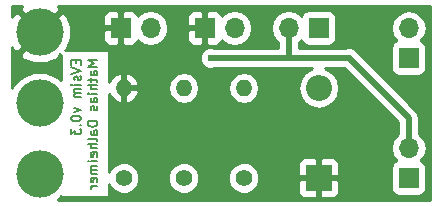
<source format=gbr>
G04 #@! TF.FileFunction,Copper,L2,Bot,Signal*
%FSLAX46Y46*%
G04 Gerber Fmt 4.6, Leading zero omitted, Abs format (unit mm)*
G04 Created by KiCad (PCBNEW 4.0.6) date 2018 January 14, Sunday 15:25:02*
%MOMM*%
%LPD*%
G01*
G04 APERTURE LIST*
%ADD10C,0.100000*%
%ADD11C,0.200000*%
%ADD12R,2.200000X2.200000*%
%ADD13O,2.200000X2.200000*%
%ADD14R,1.700000X1.700000*%
%ADD15O,1.700000X1.700000*%
%ADD16C,1.400000*%
%ADD17O,1.400000X1.400000*%
%ADD18C,4.000000*%
%ADD19C,0.600000*%
%ADD20C,0.500000*%
%ADD21C,0.254000*%
G04 APERTURE END LIST*
D10*
D11*
X130560857Y-99250476D02*
X130560857Y-99517143D01*
X130979905Y-99631429D02*
X130979905Y-99250476D01*
X130179905Y-99250476D01*
X130179905Y-99631429D01*
X130179905Y-99860000D02*
X130979905Y-100126667D01*
X130179905Y-100393334D01*
X130941810Y-100621905D02*
X130979905Y-100698095D01*
X130979905Y-100850476D01*
X130941810Y-100926667D01*
X130865619Y-100964762D01*
X130827524Y-100964762D01*
X130751333Y-100926667D01*
X130713238Y-100850476D01*
X130713238Y-100736191D01*
X130675143Y-100660000D01*
X130598952Y-100621905D01*
X130560857Y-100621905D01*
X130484667Y-100660000D01*
X130446571Y-100736191D01*
X130446571Y-100850476D01*
X130484667Y-100926667D01*
X130979905Y-101307619D02*
X130446571Y-101307619D01*
X130179905Y-101307619D02*
X130218000Y-101269524D01*
X130256095Y-101307619D01*
X130218000Y-101345714D01*
X130179905Y-101307619D01*
X130256095Y-101307619D01*
X130979905Y-101688571D02*
X130446571Y-101688571D01*
X130522762Y-101688571D02*
X130484667Y-101726666D01*
X130446571Y-101802857D01*
X130446571Y-101917143D01*
X130484667Y-101993333D01*
X130560857Y-102031428D01*
X130979905Y-102031428D01*
X130560857Y-102031428D02*
X130484667Y-102069524D01*
X130446571Y-102145714D01*
X130446571Y-102260000D01*
X130484667Y-102336190D01*
X130560857Y-102374285D01*
X130979905Y-102374285D01*
X130446571Y-103288572D02*
X130979905Y-103479048D01*
X130446571Y-103669524D01*
X130179905Y-104126667D02*
X130179905Y-104202858D01*
X130218000Y-104279048D01*
X130256095Y-104317143D01*
X130332286Y-104355239D01*
X130484667Y-104393334D01*
X130675143Y-104393334D01*
X130827524Y-104355239D01*
X130903714Y-104317143D01*
X130941810Y-104279048D01*
X130979905Y-104202858D01*
X130979905Y-104126667D01*
X130941810Y-104050477D01*
X130903714Y-104012381D01*
X130827524Y-103974286D01*
X130675143Y-103936191D01*
X130484667Y-103936191D01*
X130332286Y-103974286D01*
X130256095Y-104012381D01*
X130218000Y-104050477D01*
X130179905Y-104126667D01*
X130903714Y-104736191D02*
X130941810Y-104774286D01*
X130979905Y-104736191D01*
X130941810Y-104698096D01*
X130903714Y-104736191D01*
X130979905Y-104736191D01*
X130179905Y-105040953D02*
X130179905Y-105536191D01*
X130484667Y-105269524D01*
X130484667Y-105383810D01*
X130522762Y-105460000D01*
X130560857Y-105498096D01*
X130637048Y-105536191D01*
X130827524Y-105536191D01*
X130903714Y-105498096D01*
X130941810Y-105460000D01*
X130979905Y-105383810D01*
X130979905Y-105155238D01*
X130941810Y-105079048D01*
X130903714Y-105040953D01*
X132379905Y-99250476D02*
X131579905Y-99250476D01*
X132151333Y-99517143D01*
X131579905Y-99783810D01*
X132379905Y-99783810D01*
X132379905Y-100507619D02*
X131960857Y-100507619D01*
X131884667Y-100469524D01*
X131846571Y-100393334D01*
X131846571Y-100240953D01*
X131884667Y-100164762D01*
X132341810Y-100507619D02*
X132379905Y-100431429D01*
X132379905Y-100240953D01*
X132341810Y-100164762D01*
X132265619Y-100126667D01*
X132189429Y-100126667D01*
X132113238Y-100164762D01*
X132075143Y-100240953D01*
X132075143Y-100431429D01*
X132037048Y-100507619D01*
X131846571Y-100774286D02*
X131846571Y-101079048D01*
X131579905Y-100888572D02*
X132265619Y-100888572D01*
X132341810Y-100926667D01*
X132379905Y-101002858D01*
X132379905Y-101079048D01*
X132379905Y-101345715D02*
X131579905Y-101345715D01*
X132379905Y-101688572D02*
X131960857Y-101688572D01*
X131884667Y-101650477D01*
X131846571Y-101574287D01*
X131846571Y-101460001D01*
X131884667Y-101383810D01*
X131922762Y-101345715D01*
X132379905Y-102069525D02*
X131846571Y-102069525D01*
X131579905Y-102069525D02*
X131618000Y-102031430D01*
X131656095Y-102069525D01*
X131618000Y-102107620D01*
X131579905Y-102069525D01*
X131656095Y-102069525D01*
X132379905Y-102793334D02*
X131960857Y-102793334D01*
X131884667Y-102755239D01*
X131846571Y-102679049D01*
X131846571Y-102526668D01*
X131884667Y-102450477D01*
X132341810Y-102793334D02*
X132379905Y-102717144D01*
X132379905Y-102526668D01*
X132341810Y-102450477D01*
X132265619Y-102412382D01*
X132189429Y-102412382D01*
X132113238Y-102450477D01*
X132075143Y-102526668D01*
X132075143Y-102717144D01*
X132037048Y-102793334D01*
X132341810Y-103136192D02*
X132379905Y-103212382D01*
X132379905Y-103364763D01*
X132341810Y-103440954D01*
X132265619Y-103479049D01*
X132227524Y-103479049D01*
X132151333Y-103440954D01*
X132113238Y-103364763D01*
X132113238Y-103250478D01*
X132075143Y-103174287D01*
X131998952Y-103136192D01*
X131960857Y-103136192D01*
X131884667Y-103174287D01*
X131846571Y-103250478D01*
X131846571Y-103364763D01*
X131884667Y-103440954D01*
X132379905Y-104431430D02*
X131579905Y-104431430D01*
X131579905Y-104621906D01*
X131618000Y-104736192D01*
X131694190Y-104812383D01*
X131770381Y-104850478D01*
X131922762Y-104888573D01*
X132037048Y-104888573D01*
X132189429Y-104850478D01*
X132265619Y-104812383D01*
X132341810Y-104736192D01*
X132379905Y-104621906D01*
X132379905Y-104431430D01*
X132379905Y-105574287D02*
X131960857Y-105574287D01*
X131884667Y-105536192D01*
X131846571Y-105460002D01*
X131846571Y-105307621D01*
X131884667Y-105231430D01*
X132341810Y-105574287D02*
X132379905Y-105498097D01*
X132379905Y-105307621D01*
X132341810Y-105231430D01*
X132265619Y-105193335D01*
X132189429Y-105193335D01*
X132113238Y-105231430D01*
X132075143Y-105307621D01*
X132075143Y-105498097D01*
X132037048Y-105574287D01*
X132379905Y-106069526D02*
X132341810Y-105993335D01*
X132265619Y-105955240D01*
X131579905Y-105955240D01*
X132379905Y-106374288D02*
X131579905Y-106374288D01*
X132379905Y-106717145D02*
X131960857Y-106717145D01*
X131884667Y-106679050D01*
X131846571Y-106602860D01*
X131846571Y-106488574D01*
X131884667Y-106412383D01*
X131922762Y-106374288D01*
X132341810Y-107402860D02*
X132379905Y-107326670D01*
X132379905Y-107174289D01*
X132341810Y-107098098D01*
X132265619Y-107060003D01*
X131960857Y-107060003D01*
X131884667Y-107098098D01*
X131846571Y-107174289D01*
X131846571Y-107326670D01*
X131884667Y-107402860D01*
X131960857Y-107440955D01*
X132037048Y-107440955D01*
X132113238Y-107060003D01*
X132379905Y-107783812D02*
X131846571Y-107783812D01*
X131579905Y-107783812D02*
X131618000Y-107745717D01*
X131656095Y-107783812D01*
X131618000Y-107821907D01*
X131579905Y-107783812D01*
X131656095Y-107783812D01*
X132379905Y-108164764D02*
X131846571Y-108164764D01*
X131922762Y-108164764D02*
X131884667Y-108202859D01*
X131846571Y-108279050D01*
X131846571Y-108393336D01*
X131884667Y-108469526D01*
X131960857Y-108507621D01*
X132379905Y-108507621D01*
X131960857Y-108507621D02*
X131884667Y-108545717D01*
X131846571Y-108621907D01*
X131846571Y-108736193D01*
X131884667Y-108812383D01*
X131960857Y-108850478D01*
X132379905Y-108850478D01*
X132341810Y-109536193D02*
X132379905Y-109460003D01*
X132379905Y-109307622D01*
X132341810Y-109231431D01*
X132265619Y-109193336D01*
X131960857Y-109193336D01*
X131884667Y-109231431D01*
X131846571Y-109307622D01*
X131846571Y-109460003D01*
X131884667Y-109536193D01*
X131960857Y-109574288D01*
X132037048Y-109574288D01*
X132113238Y-109193336D01*
X132379905Y-109917145D02*
X131846571Y-109917145D01*
X131998952Y-109917145D02*
X131922762Y-109955240D01*
X131884667Y-109993336D01*
X131846571Y-110069526D01*
X131846571Y-110145717D01*
D12*
X151130000Y-109220000D03*
D13*
X151130000Y-101600000D03*
D14*
X141478000Y-96520000D03*
D15*
X144018000Y-96520000D03*
D14*
X158750000Y-99060000D03*
D15*
X158750000Y-96520000D03*
D14*
X151130000Y-96520000D03*
D15*
X148590000Y-96520000D03*
D14*
X158750000Y-109220000D03*
D15*
X158750000Y-106680000D03*
D16*
X139700000Y-109220000D03*
D17*
X139700000Y-101600000D03*
D16*
X144780000Y-109220000D03*
D17*
X144780000Y-101600000D03*
D16*
X134620000Y-109220000D03*
D17*
X134620000Y-101600000D03*
D18*
X127508000Y-108870000D03*
X127508000Y-102870000D03*
X127508000Y-96870000D03*
D14*
X134366000Y-96520000D03*
D15*
X136906000Y-96520000D03*
D19*
X144780000Y-101600000D03*
X141986000Y-99060000D03*
X153670000Y-99060000D03*
D20*
X141986000Y-99060000D02*
X148590000Y-99060000D01*
X148590000Y-99060000D02*
X148590000Y-96520000D01*
X158750000Y-106680000D02*
X158750000Y-104140000D01*
X158750000Y-104140000D02*
X153670000Y-99060000D01*
X148590000Y-99060000D02*
X148590000Y-96520000D01*
X148590000Y-99060000D02*
X153670000Y-99060000D01*
D21*
G36*
X125812584Y-94994978D02*
X127508000Y-96690395D01*
X129203416Y-94994978D01*
X129021798Y-94690000D01*
X160580000Y-94690000D01*
X160580000Y-111050000D01*
X129053901Y-111050000D01*
X129323000Y-110781371D01*
X129323000Y-110856907D01*
X133393000Y-110856907D01*
X133393000Y-109746323D01*
X133487582Y-109975229D01*
X133862796Y-110351098D01*
X134353287Y-110554768D01*
X134884383Y-110555231D01*
X135375229Y-110352418D01*
X135751098Y-109977204D01*
X135954768Y-109486713D01*
X135954770Y-109484383D01*
X138364769Y-109484383D01*
X138567582Y-109975229D01*
X138942796Y-110351098D01*
X139433287Y-110554768D01*
X139964383Y-110555231D01*
X140455229Y-110352418D01*
X140831098Y-109977204D01*
X141034768Y-109486713D01*
X141034770Y-109484383D01*
X143444769Y-109484383D01*
X143647582Y-109975229D01*
X144022796Y-110351098D01*
X144513287Y-110554768D01*
X145044383Y-110555231D01*
X145535229Y-110352418D01*
X145911098Y-109977204D01*
X146106863Y-109505750D01*
X149395000Y-109505750D01*
X149395000Y-110446309D01*
X149491673Y-110679698D01*
X149670301Y-110858327D01*
X149903690Y-110955000D01*
X150844250Y-110955000D01*
X151003000Y-110796250D01*
X151003000Y-109347000D01*
X151257000Y-109347000D01*
X151257000Y-110796250D01*
X151415750Y-110955000D01*
X152356310Y-110955000D01*
X152589699Y-110858327D01*
X152768327Y-110679698D01*
X152865000Y-110446309D01*
X152865000Y-109505750D01*
X152706250Y-109347000D01*
X151257000Y-109347000D01*
X151003000Y-109347000D01*
X149553750Y-109347000D01*
X149395000Y-109505750D01*
X146106863Y-109505750D01*
X146114768Y-109486713D01*
X146115231Y-108955617D01*
X145912418Y-108464771D01*
X145537204Y-108088902D01*
X145307911Y-107993691D01*
X149395000Y-107993691D01*
X149395000Y-108934250D01*
X149553750Y-109093000D01*
X151003000Y-109093000D01*
X151003000Y-107643750D01*
X151257000Y-107643750D01*
X151257000Y-109093000D01*
X152706250Y-109093000D01*
X152865000Y-108934250D01*
X152865000Y-107993691D01*
X152768327Y-107760302D01*
X152589699Y-107581673D01*
X152356310Y-107485000D01*
X151415750Y-107485000D01*
X151257000Y-107643750D01*
X151003000Y-107643750D01*
X150844250Y-107485000D01*
X149903690Y-107485000D01*
X149670301Y-107581673D01*
X149491673Y-107760302D01*
X149395000Y-107993691D01*
X145307911Y-107993691D01*
X145046713Y-107885232D01*
X144515617Y-107884769D01*
X144024771Y-108087582D01*
X143648902Y-108462796D01*
X143445232Y-108953287D01*
X143444769Y-109484383D01*
X141034770Y-109484383D01*
X141035231Y-108955617D01*
X140832418Y-108464771D01*
X140457204Y-108088902D01*
X139966713Y-107885232D01*
X139435617Y-107884769D01*
X138944771Y-108087582D01*
X138568902Y-108462796D01*
X138365232Y-108953287D01*
X138364769Y-109484383D01*
X135954770Y-109484383D01*
X135955231Y-108955617D01*
X135752418Y-108464771D01*
X135377204Y-108088902D01*
X134886713Y-107885232D01*
X134355617Y-107884769D01*
X133864771Y-108087582D01*
X133488902Y-108462796D01*
X133393000Y-108693753D01*
X133393000Y-102069848D01*
X133553236Y-102402663D01*
X133941604Y-102749797D01*
X134286671Y-102892716D01*
X134493000Y-102769374D01*
X134493000Y-101727000D01*
X134747000Y-101727000D01*
X134747000Y-102769374D01*
X134953329Y-102892716D01*
X135298396Y-102749797D01*
X135686764Y-102402663D01*
X135912727Y-101933331D01*
X135790206Y-101727000D01*
X134747000Y-101727000D01*
X134493000Y-101727000D01*
X134473000Y-101727000D01*
X134473000Y-101573846D01*
X138365000Y-101573846D01*
X138365000Y-101626154D01*
X138466621Y-102137036D01*
X138756012Y-102570142D01*
X139189118Y-102859533D01*
X139700000Y-102961154D01*
X140210882Y-102859533D01*
X140643988Y-102570142D01*
X140933379Y-102137036D01*
X141035000Y-101626154D01*
X141035000Y-101573846D01*
X143445000Y-101573846D01*
X143445000Y-101626154D01*
X143546621Y-102137036D01*
X143836012Y-102570142D01*
X144269118Y-102859533D01*
X144780000Y-102961154D01*
X145290882Y-102859533D01*
X145723988Y-102570142D01*
X146013379Y-102137036D01*
X146115000Y-101626154D01*
X146115000Y-101573846D01*
X146013379Y-101062964D01*
X145723988Y-100629858D01*
X145290882Y-100340467D01*
X144780000Y-100238846D01*
X144269118Y-100340467D01*
X143836012Y-100629858D01*
X143546621Y-101062964D01*
X143445000Y-101573846D01*
X141035000Y-101573846D01*
X140933379Y-101062964D01*
X140643988Y-100629858D01*
X140210882Y-100340467D01*
X139700000Y-100238846D01*
X139189118Y-100340467D01*
X138756012Y-100629858D01*
X138466621Y-101062964D01*
X138365000Y-101573846D01*
X134473000Y-101573846D01*
X134473000Y-101473000D01*
X134493000Y-101473000D01*
X134493000Y-100430626D01*
X134747000Y-100430626D01*
X134747000Y-101473000D01*
X135790206Y-101473000D01*
X135912727Y-101266669D01*
X135686764Y-100797337D01*
X135298396Y-100450203D01*
X134953329Y-100307284D01*
X134747000Y-100430626D01*
X134493000Y-100430626D01*
X134286671Y-100307284D01*
X133941604Y-100450203D01*
X133553236Y-100797337D01*
X133393000Y-101130152D01*
X133393000Y-99245167D01*
X141050838Y-99245167D01*
X141192883Y-99588943D01*
X141455673Y-99852192D01*
X141799201Y-99994838D01*
X142171167Y-99995162D01*
X142292569Y-99945000D01*
X150556928Y-99945000D01*
X150466044Y-99963078D01*
X149903170Y-100339179D01*
X149527069Y-100902053D01*
X149395000Y-101566009D01*
X149395000Y-101633991D01*
X149527069Y-102297947D01*
X149903170Y-102860821D01*
X150466044Y-103236922D01*
X151130000Y-103368991D01*
X151793956Y-103236922D01*
X152356830Y-102860821D01*
X152732931Y-102297947D01*
X152865000Y-101633991D01*
X152865000Y-101566009D01*
X152732931Y-100902053D01*
X152356830Y-100339179D01*
X151793956Y-99963078D01*
X151703072Y-99945000D01*
X153303420Y-99945000D01*
X157865000Y-104506579D01*
X157865000Y-105500221D01*
X157670853Y-105629946D01*
X157348946Y-106111715D01*
X157235907Y-106680000D01*
X157348946Y-107248285D01*
X157670853Y-107730054D01*
X157712452Y-107757850D01*
X157664683Y-107766838D01*
X157448559Y-107905910D01*
X157303569Y-108118110D01*
X157252560Y-108370000D01*
X157252560Y-110070000D01*
X157296838Y-110305317D01*
X157435910Y-110521441D01*
X157648110Y-110666431D01*
X157900000Y-110717440D01*
X159600000Y-110717440D01*
X159835317Y-110673162D01*
X160051441Y-110534090D01*
X160196431Y-110321890D01*
X160247440Y-110070000D01*
X160247440Y-108370000D01*
X160203162Y-108134683D01*
X160064090Y-107918559D01*
X159851890Y-107773569D01*
X159784459Y-107759914D01*
X159829147Y-107730054D01*
X160151054Y-107248285D01*
X160264093Y-106680000D01*
X160151054Y-106111715D01*
X159829147Y-105629946D01*
X159635000Y-105500221D01*
X159635000Y-104140005D01*
X159635001Y-104140000D01*
X159567633Y-103801326D01*
X159567633Y-103801325D01*
X159375790Y-103514210D01*
X159375787Y-103514208D01*
X154512744Y-98651164D01*
X154463117Y-98531057D01*
X154200327Y-98267808D01*
X153856799Y-98125162D01*
X153484833Y-98124838D01*
X153363431Y-98175000D01*
X149475000Y-98175000D01*
X149475000Y-97709432D01*
X149640054Y-97599147D01*
X149667850Y-97557548D01*
X149676838Y-97605317D01*
X149815910Y-97821441D01*
X150028110Y-97966431D01*
X150280000Y-98017440D01*
X151980000Y-98017440D01*
X152215317Y-97973162D01*
X152431441Y-97834090D01*
X152576431Y-97621890D01*
X152627440Y-97370000D01*
X152627440Y-96520000D01*
X157235907Y-96520000D01*
X157348946Y-97088285D01*
X157670853Y-97570054D01*
X157712452Y-97597850D01*
X157664683Y-97606838D01*
X157448559Y-97745910D01*
X157303569Y-97958110D01*
X157252560Y-98210000D01*
X157252560Y-99910000D01*
X157296838Y-100145317D01*
X157435910Y-100361441D01*
X157648110Y-100506431D01*
X157900000Y-100557440D01*
X159600000Y-100557440D01*
X159835317Y-100513162D01*
X160051441Y-100374090D01*
X160196431Y-100161890D01*
X160247440Y-99910000D01*
X160247440Y-98210000D01*
X160203162Y-97974683D01*
X160064090Y-97758559D01*
X159851890Y-97613569D01*
X159784459Y-97599914D01*
X159829147Y-97570054D01*
X160151054Y-97088285D01*
X160264093Y-96520000D01*
X160151054Y-95951715D01*
X159829147Y-95469946D01*
X159347378Y-95148039D01*
X158779093Y-95035000D01*
X158720907Y-95035000D01*
X158152622Y-95148039D01*
X157670853Y-95469946D01*
X157348946Y-95951715D01*
X157235907Y-96520000D01*
X152627440Y-96520000D01*
X152627440Y-95670000D01*
X152583162Y-95434683D01*
X152444090Y-95218559D01*
X152231890Y-95073569D01*
X151980000Y-95022560D01*
X150280000Y-95022560D01*
X150044683Y-95066838D01*
X149828559Y-95205910D01*
X149683569Y-95418110D01*
X149669914Y-95485541D01*
X149640054Y-95440853D01*
X149158285Y-95118946D01*
X148590000Y-95005907D01*
X148021715Y-95118946D01*
X147539946Y-95440853D01*
X147218039Y-95922622D01*
X147105000Y-96490907D01*
X147105000Y-96549093D01*
X147218039Y-97117378D01*
X147539946Y-97599147D01*
X147705000Y-97709432D01*
X147705000Y-98175000D01*
X142292822Y-98175000D01*
X142172799Y-98125162D01*
X141800833Y-98124838D01*
X141457057Y-98266883D01*
X141193808Y-98529673D01*
X141051162Y-98873201D01*
X141050838Y-99245167D01*
X133393000Y-99245167D01*
X133393000Y-98425000D01*
X129618812Y-98425000D01*
X129753743Y-98344647D01*
X130147119Y-97372988D01*
X130142571Y-96805750D01*
X132881000Y-96805750D01*
X132881000Y-97496309D01*
X132977673Y-97729698D01*
X133156301Y-97908327D01*
X133389690Y-98005000D01*
X134080250Y-98005000D01*
X134239000Y-97846250D01*
X134239000Y-96647000D01*
X133039750Y-96647000D01*
X132881000Y-96805750D01*
X130142571Y-96805750D01*
X130138713Y-96324753D01*
X129815187Y-95543691D01*
X132881000Y-95543691D01*
X132881000Y-96234250D01*
X133039750Y-96393000D01*
X134239000Y-96393000D01*
X134239000Y-95193750D01*
X134493000Y-95193750D01*
X134493000Y-96393000D01*
X134513000Y-96393000D01*
X134513000Y-96647000D01*
X134493000Y-96647000D01*
X134493000Y-97846250D01*
X134651750Y-98005000D01*
X135342310Y-98005000D01*
X135575699Y-97908327D01*
X135754327Y-97729698D01*
X135826597Y-97555223D01*
X135855946Y-97599147D01*
X136337715Y-97921054D01*
X136906000Y-98034093D01*
X137474285Y-97921054D01*
X137956054Y-97599147D01*
X138277961Y-97117378D01*
X138339947Y-96805750D01*
X139993000Y-96805750D01*
X139993000Y-97496309D01*
X140089673Y-97729698D01*
X140268301Y-97908327D01*
X140501690Y-98005000D01*
X141192250Y-98005000D01*
X141351000Y-97846250D01*
X141351000Y-96647000D01*
X140151750Y-96647000D01*
X139993000Y-96805750D01*
X138339947Y-96805750D01*
X138391000Y-96549093D01*
X138391000Y-96490907D01*
X138277961Y-95922622D01*
X138024768Y-95543691D01*
X139993000Y-95543691D01*
X139993000Y-96234250D01*
X140151750Y-96393000D01*
X141351000Y-96393000D01*
X141351000Y-95193750D01*
X141605000Y-95193750D01*
X141605000Y-96393000D01*
X141625000Y-96393000D01*
X141625000Y-96647000D01*
X141605000Y-96647000D01*
X141605000Y-97846250D01*
X141763750Y-98005000D01*
X142454310Y-98005000D01*
X142687699Y-97908327D01*
X142866327Y-97729698D01*
X142938597Y-97555223D01*
X142967946Y-97599147D01*
X143449715Y-97921054D01*
X144018000Y-98034093D01*
X144586285Y-97921054D01*
X145068054Y-97599147D01*
X145389961Y-97117378D01*
X145503000Y-96549093D01*
X145503000Y-96490907D01*
X145389961Y-95922622D01*
X145068054Y-95440853D01*
X144586285Y-95118946D01*
X144018000Y-95005907D01*
X143449715Y-95118946D01*
X142967946Y-95440853D01*
X142938597Y-95484777D01*
X142866327Y-95310302D01*
X142687699Y-95131673D01*
X142454310Y-95035000D01*
X141763750Y-95035000D01*
X141605000Y-95193750D01*
X141351000Y-95193750D01*
X141192250Y-95035000D01*
X140501690Y-95035000D01*
X140268301Y-95131673D01*
X140089673Y-95310302D01*
X139993000Y-95543691D01*
X138024768Y-95543691D01*
X137956054Y-95440853D01*
X137474285Y-95118946D01*
X136906000Y-95005907D01*
X136337715Y-95118946D01*
X135855946Y-95440853D01*
X135826597Y-95484777D01*
X135754327Y-95310302D01*
X135575699Y-95131673D01*
X135342310Y-95035000D01*
X134651750Y-95035000D01*
X134493000Y-95193750D01*
X134239000Y-95193750D01*
X134080250Y-95035000D01*
X133389690Y-95035000D01*
X133156301Y-95131673D01*
X132977673Y-95310302D01*
X132881000Y-95543691D01*
X129815187Y-95543691D01*
X129753743Y-95395353D01*
X129383022Y-95174584D01*
X127687605Y-96870000D01*
X127701748Y-96884142D01*
X127522142Y-97063748D01*
X127508000Y-97049605D01*
X125812584Y-98745022D01*
X126033353Y-99115743D01*
X127005012Y-99509119D01*
X128053247Y-99500713D01*
X128982647Y-99115743D01*
X129203415Y-98745023D01*
X129316166Y-98857774D01*
X129323000Y-98850940D01*
X129323000Y-100958461D01*
X129002557Y-100637458D01*
X128034433Y-100235458D01*
X126986166Y-100234543D01*
X126017342Y-100634853D01*
X125275458Y-101375443D01*
X125170000Y-101629414D01*
X125170000Y-98121919D01*
X125262257Y-98344647D01*
X125632978Y-98565416D01*
X127328395Y-96870000D01*
X125632978Y-95174584D01*
X125262257Y-95395353D01*
X125170000Y-95623233D01*
X125170000Y-94690000D01*
X125994202Y-94690000D01*
X125812584Y-94994978D01*
X125812584Y-94994978D01*
G37*
X125812584Y-94994978D02*
X127508000Y-96690395D01*
X129203416Y-94994978D01*
X129021798Y-94690000D01*
X160580000Y-94690000D01*
X160580000Y-111050000D01*
X129053901Y-111050000D01*
X129323000Y-110781371D01*
X129323000Y-110856907D01*
X133393000Y-110856907D01*
X133393000Y-109746323D01*
X133487582Y-109975229D01*
X133862796Y-110351098D01*
X134353287Y-110554768D01*
X134884383Y-110555231D01*
X135375229Y-110352418D01*
X135751098Y-109977204D01*
X135954768Y-109486713D01*
X135954770Y-109484383D01*
X138364769Y-109484383D01*
X138567582Y-109975229D01*
X138942796Y-110351098D01*
X139433287Y-110554768D01*
X139964383Y-110555231D01*
X140455229Y-110352418D01*
X140831098Y-109977204D01*
X141034768Y-109486713D01*
X141034770Y-109484383D01*
X143444769Y-109484383D01*
X143647582Y-109975229D01*
X144022796Y-110351098D01*
X144513287Y-110554768D01*
X145044383Y-110555231D01*
X145535229Y-110352418D01*
X145911098Y-109977204D01*
X146106863Y-109505750D01*
X149395000Y-109505750D01*
X149395000Y-110446309D01*
X149491673Y-110679698D01*
X149670301Y-110858327D01*
X149903690Y-110955000D01*
X150844250Y-110955000D01*
X151003000Y-110796250D01*
X151003000Y-109347000D01*
X151257000Y-109347000D01*
X151257000Y-110796250D01*
X151415750Y-110955000D01*
X152356310Y-110955000D01*
X152589699Y-110858327D01*
X152768327Y-110679698D01*
X152865000Y-110446309D01*
X152865000Y-109505750D01*
X152706250Y-109347000D01*
X151257000Y-109347000D01*
X151003000Y-109347000D01*
X149553750Y-109347000D01*
X149395000Y-109505750D01*
X146106863Y-109505750D01*
X146114768Y-109486713D01*
X146115231Y-108955617D01*
X145912418Y-108464771D01*
X145537204Y-108088902D01*
X145307911Y-107993691D01*
X149395000Y-107993691D01*
X149395000Y-108934250D01*
X149553750Y-109093000D01*
X151003000Y-109093000D01*
X151003000Y-107643750D01*
X151257000Y-107643750D01*
X151257000Y-109093000D01*
X152706250Y-109093000D01*
X152865000Y-108934250D01*
X152865000Y-107993691D01*
X152768327Y-107760302D01*
X152589699Y-107581673D01*
X152356310Y-107485000D01*
X151415750Y-107485000D01*
X151257000Y-107643750D01*
X151003000Y-107643750D01*
X150844250Y-107485000D01*
X149903690Y-107485000D01*
X149670301Y-107581673D01*
X149491673Y-107760302D01*
X149395000Y-107993691D01*
X145307911Y-107993691D01*
X145046713Y-107885232D01*
X144515617Y-107884769D01*
X144024771Y-108087582D01*
X143648902Y-108462796D01*
X143445232Y-108953287D01*
X143444769Y-109484383D01*
X141034770Y-109484383D01*
X141035231Y-108955617D01*
X140832418Y-108464771D01*
X140457204Y-108088902D01*
X139966713Y-107885232D01*
X139435617Y-107884769D01*
X138944771Y-108087582D01*
X138568902Y-108462796D01*
X138365232Y-108953287D01*
X138364769Y-109484383D01*
X135954770Y-109484383D01*
X135955231Y-108955617D01*
X135752418Y-108464771D01*
X135377204Y-108088902D01*
X134886713Y-107885232D01*
X134355617Y-107884769D01*
X133864771Y-108087582D01*
X133488902Y-108462796D01*
X133393000Y-108693753D01*
X133393000Y-102069848D01*
X133553236Y-102402663D01*
X133941604Y-102749797D01*
X134286671Y-102892716D01*
X134493000Y-102769374D01*
X134493000Y-101727000D01*
X134747000Y-101727000D01*
X134747000Y-102769374D01*
X134953329Y-102892716D01*
X135298396Y-102749797D01*
X135686764Y-102402663D01*
X135912727Y-101933331D01*
X135790206Y-101727000D01*
X134747000Y-101727000D01*
X134493000Y-101727000D01*
X134473000Y-101727000D01*
X134473000Y-101573846D01*
X138365000Y-101573846D01*
X138365000Y-101626154D01*
X138466621Y-102137036D01*
X138756012Y-102570142D01*
X139189118Y-102859533D01*
X139700000Y-102961154D01*
X140210882Y-102859533D01*
X140643988Y-102570142D01*
X140933379Y-102137036D01*
X141035000Y-101626154D01*
X141035000Y-101573846D01*
X143445000Y-101573846D01*
X143445000Y-101626154D01*
X143546621Y-102137036D01*
X143836012Y-102570142D01*
X144269118Y-102859533D01*
X144780000Y-102961154D01*
X145290882Y-102859533D01*
X145723988Y-102570142D01*
X146013379Y-102137036D01*
X146115000Y-101626154D01*
X146115000Y-101573846D01*
X146013379Y-101062964D01*
X145723988Y-100629858D01*
X145290882Y-100340467D01*
X144780000Y-100238846D01*
X144269118Y-100340467D01*
X143836012Y-100629858D01*
X143546621Y-101062964D01*
X143445000Y-101573846D01*
X141035000Y-101573846D01*
X140933379Y-101062964D01*
X140643988Y-100629858D01*
X140210882Y-100340467D01*
X139700000Y-100238846D01*
X139189118Y-100340467D01*
X138756012Y-100629858D01*
X138466621Y-101062964D01*
X138365000Y-101573846D01*
X134473000Y-101573846D01*
X134473000Y-101473000D01*
X134493000Y-101473000D01*
X134493000Y-100430626D01*
X134747000Y-100430626D01*
X134747000Y-101473000D01*
X135790206Y-101473000D01*
X135912727Y-101266669D01*
X135686764Y-100797337D01*
X135298396Y-100450203D01*
X134953329Y-100307284D01*
X134747000Y-100430626D01*
X134493000Y-100430626D01*
X134286671Y-100307284D01*
X133941604Y-100450203D01*
X133553236Y-100797337D01*
X133393000Y-101130152D01*
X133393000Y-99245167D01*
X141050838Y-99245167D01*
X141192883Y-99588943D01*
X141455673Y-99852192D01*
X141799201Y-99994838D01*
X142171167Y-99995162D01*
X142292569Y-99945000D01*
X150556928Y-99945000D01*
X150466044Y-99963078D01*
X149903170Y-100339179D01*
X149527069Y-100902053D01*
X149395000Y-101566009D01*
X149395000Y-101633991D01*
X149527069Y-102297947D01*
X149903170Y-102860821D01*
X150466044Y-103236922D01*
X151130000Y-103368991D01*
X151793956Y-103236922D01*
X152356830Y-102860821D01*
X152732931Y-102297947D01*
X152865000Y-101633991D01*
X152865000Y-101566009D01*
X152732931Y-100902053D01*
X152356830Y-100339179D01*
X151793956Y-99963078D01*
X151703072Y-99945000D01*
X153303420Y-99945000D01*
X157865000Y-104506579D01*
X157865000Y-105500221D01*
X157670853Y-105629946D01*
X157348946Y-106111715D01*
X157235907Y-106680000D01*
X157348946Y-107248285D01*
X157670853Y-107730054D01*
X157712452Y-107757850D01*
X157664683Y-107766838D01*
X157448559Y-107905910D01*
X157303569Y-108118110D01*
X157252560Y-108370000D01*
X157252560Y-110070000D01*
X157296838Y-110305317D01*
X157435910Y-110521441D01*
X157648110Y-110666431D01*
X157900000Y-110717440D01*
X159600000Y-110717440D01*
X159835317Y-110673162D01*
X160051441Y-110534090D01*
X160196431Y-110321890D01*
X160247440Y-110070000D01*
X160247440Y-108370000D01*
X160203162Y-108134683D01*
X160064090Y-107918559D01*
X159851890Y-107773569D01*
X159784459Y-107759914D01*
X159829147Y-107730054D01*
X160151054Y-107248285D01*
X160264093Y-106680000D01*
X160151054Y-106111715D01*
X159829147Y-105629946D01*
X159635000Y-105500221D01*
X159635000Y-104140005D01*
X159635001Y-104140000D01*
X159567633Y-103801326D01*
X159567633Y-103801325D01*
X159375790Y-103514210D01*
X159375787Y-103514208D01*
X154512744Y-98651164D01*
X154463117Y-98531057D01*
X154200327Y-98267808D01*
X153856799Y-98125162D01*
X153484833Y-98124838D01*
X153363431Y-98175000D01*
X149475000Y-98175000D01*
X149475000Y-97709432D01*
X149640054Y-97599147D01*
X149667850Y-97557548D01*
X149676838Y-97605317D01*
X149815910Y-97821441D01*
X150028110Y-97966431D01*
X150280000Y-98017440D01*
X151980000Y-98017440D01*
X152215317Y-97973162D01*
X152431441Y-97834090D01*
X152576431Y-97621890D01*
X152627440Y-97370000D01*
X152627440Y-96520000D01*
X157235907Y-96520000D01*
X157348946Y-97088285D01*
X157670853Y-97570054D01*
X157712452Y-97597850D01*
X157664683Y-97606838D01*
X157448559Y-97745910D01*
X157303569Y-97958110D01*
X157252560Y-98210000D01*
X157252560Y-99910000D01*
X157296838Y-100145317D01*
X157435910Y-100361441D01*
X157648110Y-100506431D01*
X157900000Y-100557440D01*
X159600000Y-100557440D01*
X159835317Y-100513162D01*
X160051441Y-100374090D01*
X160196431Y-100161890D01*
X160247440Y-99910000D01*
X160247440Y-98210000D01*
X160203162Y-97974683D01*
X160064090Y-97758559D01*
X159851890Y-97613569D01*
X159784459Y-97599914D01*
X159829147Y-97570054D01*
X160151054Y-97088285D01*
X160264093Y-96520000D01*
X160151054Y-95951715D01*
X159829147Y-95469946D01*
X159347378Y-95148039D01*
X158779093Y-95035000D01*
X158720907Y-95035000D01*
X158152622Y-95148039D01*
X157670853Y-95469946D01*
X157348946Y-95951715D01*
X157235907Y-96520000D01*
X152627440Y-96520000D01*
X152627440Y-95670000D01*
X152583162Y-95434683D01*
X152444090Y-95218559D01*
X152231890Y-95073569D01*
X151980000Y-95022560D01*
X150280000Y-95022560D01*
X150044683Y-95066838D01*
X149828559Y-95205910D01*
X149683569Y-95418110D01*
X149669914Y-95485541D01*
X149640054Y-95440853D01*
X149158285Y-95118946D01*
X148590000Y-95005907D01*
X148021715Y-95118946D01*
X147539946Y-95440853D01*
X147218039Y-95922622D01*
X147105000Y-96490907D01*
X147105000Y-96549093D01*
X147218039Y-97117378D01*
X147539946Y-97599147D01*
X147705000Y-97709432D01*
X147705000Y-98175000D01*
X142292822Y-98175000D01*
X142172799Y-98125162D01*
X141800833Y-98124838D01*
X141457057Y-98266883D01*
X141193808Y-98529673D01*
X141051162Y-98873201D01*
X141050838Y-99245167D01*
X133393000Y-99245167D01*
X133393000Y-98425000D01*
X129618812Y-98425000D01*
X129753743Y-98344647D01*
X130147119Y-97372988D01*
X130142571Y-96805750D01*
X132881000Y-96805750D01*
X132881000Y-97496309D01*
X132977673Y-97729698D01*
X133156301Y-97908327D01*
X133389690Y-98005000D01*
X134080250Y-98005000D01*
X134239000Y-97846250D01*
X134239000Y-96647000D01*
X133039750Y-96647000D01*
X132881000Y-96805750D01*
X130142571Y-96805750D01*
X130138713Y-96324753D01*
X129815187Y-95543691D01*
X132881000Y-95543691D01*
X132881000Y-96234250D01*
X133039750Y-96393000D01*
X134239000Y-96393000D01*
X134239000Y-95193750D01*
X134493000Y-95193750D01*
X134493000Y-96393000D01*
X134513000Y-96393000D01*
X134513000Y-96647000D01*
X134493000Y-96647000D01*
X134493000Y-97846250D01*
X134651750Y-98005000D01*
X135342310Y-98005000D01*
X135575699Y-97908327D01*
X135754327Y-97729698D01*
X135826597Y-97555223D01*
X135855946Y-97599147D01*
X136337715Y-97921054D01*
X136906000Y-98034093D01*
X137474285Y-97921054D01*
X137956054Y-97599147D01*
X138277961Y-97117378D01*
X138339947Y-96805750D01*
X139993000Y-96805750D01*
X139993000Y-97496309D01*
X140089673Y-97729698D01*
X140268301Y-97908327D01*
X140501690Y-98005000D01*
X141192250Y-98005000D01*
X141351000Y-97846250D01*
X141351000Y-96647000D01*
X140151750Y-96647000D01*
X139993000Y-96805750D01*
X138339947Y-96805750D01*
X138391000Y-96549093D01*
X138391000Y-96490907D01*
X138277961Y-95922622D01*
X138024768Y-95543691D01*
X139993000Y-95543691D01*
X139993000Y-96234250D01*
X140151750Y-96393000D01*
X141351000Y-96393000D01*
X141351000Y-95193750D01*
X141605000Y-95193750D01*
X141605000Y-96393000D01*
X141625000Y-96393000D01*
X141625000Y-96647000D01*
X141605000Y-96647000D01*
X141605000Y-97846250D01*
X141763750Y-98005000D01*
X142454310Y-98005000D01*
X142687699Y-97908327D01*
X142866327Y-97729698D01*
X142938597Y-97555223D01*
X142967946Y-97599147D01*
X143449715Y-97921054D01*
X144018000Y-98034093D01*
X144586285Y-97921054D01*
X145068054Y-97599147D01*
X145389961Y-97117378D01*
X145503000Y-96549093D01*
X145503000Y-96490907D01*
X145389961Y-95922622D01*
X145068054Y-95440853D01*
X144586285Y-95118946D01*
X144018000Y-95005907D01*
X143449715Y-95118946D01*
X142967946Y-95440853D01*
X142938597Y-95484777D01*
X142866327Y-95310302D01*
X142687699Y-95131673D01*
X142454310Y-95035000D01*
X141763750Y-95035000D01*
X141605000Y-95193750D01*
X141351000Y-95193750D01*
X141192250Y-95035000D01*
X140501690Y-95035000D01*
X140268301Y-95131673D01*
X140089673Y-95310302D01*
X139993000Y-95543691D01*
X138024768Y-95543691D01*
X137956054Y-95440853D01*
X137474285Y-95118946D01*
X136906000Y-95005907D01*
X136337715Y-95118946D01*
X135855946Y-95440853D01*
X135826597Y-95484777D01*
X135754327Y-95310302D01*
X135575699Y-95131673D01*
X135342310Y-95035000D01*
X134651750Y-95035000D01*
X134493000Y-95193750D01*
X134239000Y-95193750D01*
X134080250Y-95035000D01*
X133389690Y-95035000D01*
X133156301Y-95131673D01*
X132977673Y-95310302D01*
X132881000Y-95543691D01*
X129815187Y-95543691D01*
X129753743Y-95395353D01*
X129383022Y-95174584D01*
X127687605Y-96870000D01*
X127701748Y-96884142D01*
X127522142Y-97063748D01*
X127508000Y-97049605D01*
X125812584Y-98745022D01*
X126033353Y-99115743D01*
X127005012Y-99509119D01*
X128053247Y-99500713D01*
X128982647Y-99115743D01*
X129203415Y-98745023D01*
X129316166Y-98857774D01*
X129323000Y-98850940D01*
X129323000Y-100958461D01*
X129002557Y-100637458D01*
X128034433Y-100235458D01*
X126986166Y-100234543D01*
X126017342Y-100634853D01*
X125275458Y-101375443D01*
X125170000Y-101629414D01*
X125170000Y-98121919D01*
X125262257Y-98344647D01*
X125632978Y-98565416D01*
X127328395Y-96870000D01*
X125632978Y-95174584D01*
X125262257Y-95395353D01*
X125170000Y-95623233D01*
X125170000Y-94690000D01*
X125994202Y-94690000D01*
X125812584Y-94994978D01*
M02*

</source>
